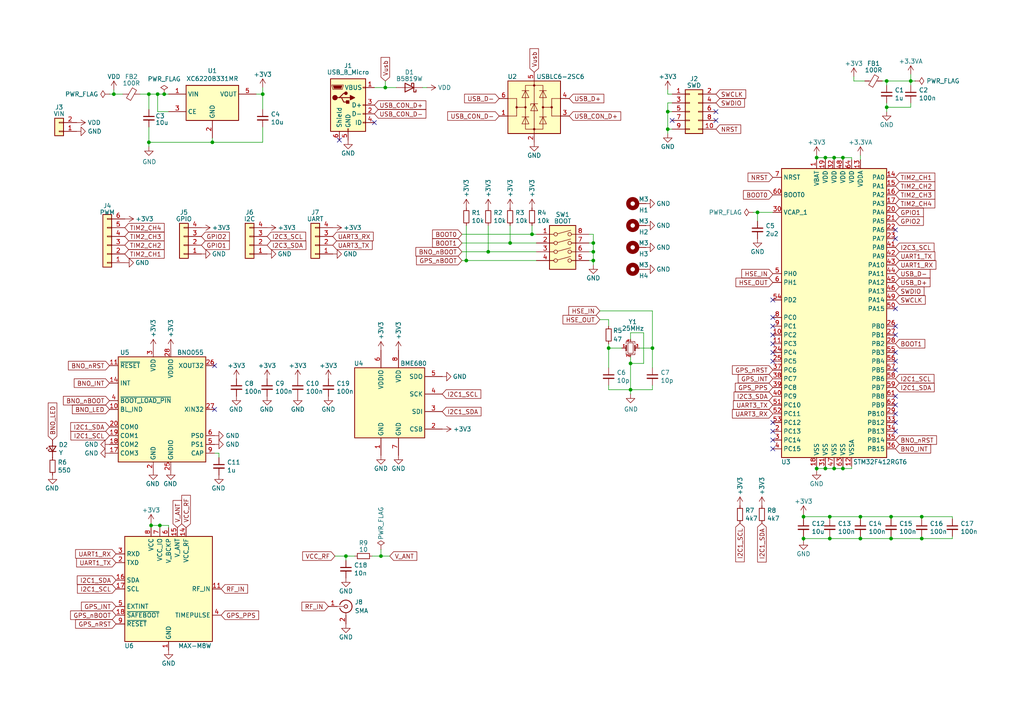
<source format=kicad_sch>
(kicad_sch (version 20211123) (generator eeschema)
  (paper "A4")
  (junction (at 182.88 105.41))
  (junction (at 257.175 31.115))
  (junction (at 189.23 100.965))
  (junction (at 193.675 37.465))
  (junction (at 111.76 25.4))
  (junction (at 33.02 27.305))
  (junction (at 46.355 152.4))
  (junction (at 257.175 23.495))
  (junction (at 249.555 156.21))
  (junction (at 182.88 113.03))
  (junction (at 239.395 135.89))
  (junction (at 239.395 45.72))
  (junction (at 172.085 75.565))
  (junction (at 43.815 152.4))
  (junction (at 43.18 27.305))
  (junction (at 219.71 61.595))
  (junction (at 258.445 156.21))
  (junction (at 47.625 27.305))
  (junction (at 147.955 70.485))
  (junction (at 258.445 149.86))
  (junction (at 241.935 45.72))
  (junction (at 135.255 75.565))
  (junction (at 264.16 23.495))
  (junction (at 267.335 149.86))
  (junction (at 172.085 73.025))
  (junction (at 154.305 67.945))
  (junction (at 249.555 149.86))
  (junction (at 76.2 27.305))
  (junction (at 61.595 41.275))
  (junction (at 233.045 149.86))
  (junction (at 244.475 135.89))
  (junction (at 176.53 100.965))
  (junction (at 43.18 41.275))
  (junction (at 141.605 73.025))
  (junction (at 45.72 27.305))
  (junction (at 244.475 45.72))
  (junction (at 172.085 70.485))
  (junction (at 241.935 135.89))
  (junction (at 267.335 156.21))
  (junction (at 236.855 135.89))
  (junction (at 233.045 156.21))
  (junction (at 236.855 45.72))
  (junction (at 193.675 32.385))
  (junction (at 240.665 149.86))
  (junction (at 110.49 161.29))
  (junction (at 240.665 156.21))
  (junction (at 100.33 161.29))
  (no_connect (at 224.155 122.555))
  (no_connect (at 207.645 34.925))
  (no_connect (at 259.715 94.615))
  (no_connect (at 259.715 66.675))
  (no_connect (at 224.155 92.075))
  (no_connect (at 108.585 35.56))
  (no_connect (at 259.715 107.315))
  (no_connect (at 224.155 102.235))
  (no_connect (at 224.155 99.695))
  (no_connect (at 224.155 97.155))
  (no_connect (at 62.23 106.045))
  (no_connect (at 224.155 104.775))
  (no_connect (at 259.715 120.015))
  (no_connect (at 224.155 127.635))
  (no_connect (at 259.715 102.235))
  (no_connect (at 259.715 69.215))
  (no_connect (at 224.155 130.175))
  (no_connect (at 62.23 118.745))
  (no_connect (at 259.715 117.475))
  (no_connect (at 259.715 104.775))
  (no_connect (at 98.425 40.64))
  (no_connect (at 259.715 97.155))
  (no_connect (at 224.155 86.995))
  (no_connect (at 259.715 114.935))
  (no_connect (at 224.155 94.615))
  (no_connect (at 224.155 125.095))
  (no_connect (at 194.945 34.925))
  (no_connect (at 259.715 122.555))
  (no_connect (at 207.645 32.385))
  (no_connect (at 259.715 89.535))
  (no_connect (at 259.715 125.095))
  (wire (pts (xy 185.42 100.965) (xy 189.23 100.965)))
  (wire (pts (xy 240.665 156.21) (xy 233.045 156.21)))
  (wire (pts (xy 76.2 41.275) (xy 76.2 36.83)))
  (wire (pts (xy 110.49 161.29) (xy 110.49 159.385)))
  (wire (pts (xy 249.555 149.86) (xy 258.445 149.86)))
  (wire (pts (xy 172.085 67.945) (xy 172.085 70.485)))
  (wire (pts (xy 189.23 113.03) (xy 189.23 111.76)))
  (wire (pts (xy 193.675 26.035) (xy 193.675 27.305)))
  (wire (pts (xy 239.395 45.72) (xy 241.935 45.72)))
  (wire (pts (xy 182.88 113.03) (xy 182.88 105.41)))
  (wire (pts (xy 236.855 45.085) (xy 236.855 45.72)))
  (wire (pts (xy 107.95 161.29) (xy 110.49 161.29)))
  (wire (pts (xy 247.015 135.255) (xy 247.015 135.89)))
  (wire (pts (xy 194.945 29.845) (xy 193.675 29.845)))
  (wire (pts (xy 147.955 65.405) (xy 147.955 70.485)))
  (wire (pts (xy 219.71 61.595) (xy 224.155 61.595)))
  (wire (pts (xy 233.045 156.21) (xy 233.045 155.575)))
  (wire (pts (xy 170.815 67.945) (xy 172.085 67.945)))
  (wire (pts (xy 244.475 45.72) (xy 244.475 46.355)))
  (wire (pts (xy 276.225 156.21) (xy 267.335 156.21)))
  (wire (pts (xy 247.65 22.225) (xy 247.65 23.495)))
  (wire (pts (xy 176.53 100.965) (xy 180.34 100.965)))
  (wire (pts (xy 133.985 70.485) (xy 147.955 70.485)))
  (wire (pts (xy 76.2 27.305) (xy 76.2 31.75)))
  (wire (pts (xy 233.045 149.86) (xy 233.045 150.495)))
  (wire (pts (xy 193.675 37.465) (xy 193.675 32.385)))
  (wire (pts (xy 173.99 92.71) (xy 176.53 92.71)))
  (wire (pts (xy 154.305 67.945) (xy 155.575 67.945)))
  (wire (pts (xy 43.815 152.4) (xy 46.355 152.4)))
  (wire (pts (xy 186.69 96.52) (xy 186.69 105.41)))
  (wire (pts (xy 236.855 45.72) (xy 239.395 45.72)))
  (wire (pts (xy 233.045 149.225) (xy 233.045 149.86)))
  (wire (pts (xy 74.295 27.305) (xy 76.2 27.305)))
  (wire (pts (xy 48.895 152.4) (xy 48.895 153.035)))
  (wire (pts (xy 240.665 156.21) (xy 240.665 155.575)))
  (wire (pts (xy 176.53 94.615) (xy 176.53 92.71)))
  (wire (pts (xy 257.175 31.115) (xy 264.16 31.115)))
  (wire (pts (xy 182.88 113.03) (xy 176.53 113.03)))
  (wire (pts (xy 182.88 105.41) (xy 182.88 103.505)))
  (wire (pts (xy 155.575 75.565) (xy 135.255 75.565)))
  (wire (pts (xy 244.475 135.89) (xy 244.475 135.255)))
  (wire (pts (xy 46.355 152.4) (xy 46.355 153.035)))
  (wire (pts (xy 236.855 135.89) (xy 239.395 135.89)))
  (wire (pts (xy 154.305 65.405) (xy 154.305 67.945)))
  (wire (pts (xy 135.255 75.565) (xy 133.985 75.565)))
  (wire (pts (xy 264.16 23.495) (xy 264.16 21.59)))
  (wire (pts (xy 241.935 135.89) (xy 241.935 135.255)))
  (wire (pts (xy 233.045 156.845) (xy 233.045 156.21)))
  (wire (pts (xy 111.76 23.495) (xy 111.76 25.4)))
  (wire (pts (xy 264.16 23.495) (xy 264.16 24.765)))
  (wire (pts (xy 276.225 155.575) (xy 276.225 156.21)))
  (wire (pts (xy 182.88 113.03) (xy 189.23 113.03)))
  (wire (pts (xy 46.355 152.4) (xy 48.895 152.4)))
  (wire (pts (xy 108.585 25.4) (xy 111.76 25.4)))
  (wire (pts (xy 43.18 31.75) (xy 43.18 27.305)))
  (wire (pts (xy 63.5 132.715) (xy 63.5 131.445)))
  (wire (pts (xy 255.905 23.495) (xy 257.175 23.495)))
  (wire (pts (xy 182.88 114.3) (xy 182.88 113.03)))
  (wire (pts (xy 122.555 25.4) (xy 123.825 25.4)))
  (wire (pts (xy 239.395 135.89) (xy 239.395 135.255)))
  (wire (pts (xy 100.33 161.29) (xy 102.87 161.29)))
  (wire (pts (xy 176.53 99.695) (xy 176.53 100.965)))
  (wire (pts (xy 147.955 70.485) (xy 155.575 70.485)))
  (wire (pts (xy 267.335 155.575) (xy 267.335 156.21)))
  (wire (pts (xy 40.64 27.305) (xy 43.18 27.305)))
  (wire (pts (xy 241.935 45.72) (xy 241.935 46.355)))
  (wire (pts (xy 61.595 41.275) (xy 43.18 41.275)))
  (wire (pts (xy 267.335 149.86) (xy 267.335 150.495)))
  (wire (pts (xy 249.555 149.86) (xy 249.555 150.495)))
  (wire (pts (xy 31.75 27.305) (xy 33.02 27.305)))
  (wire (pts (xy 249.555 156.21) (xy 249.555 155.575)))
  (wire (pts (xy 258.445 149.86) (xy 258.445 150.495)))
  (wire (pts (xy 219.71 64.135) (xy 219.71 61.595)))
  (wire (pts (xy 189.23 90.17) (xy 189.23 100.965)))
  (wire (pts (xy 193.675 27.305) (xy 194.945 27.305)))
  (wire (pts (xy 247.015 45.72) (xy 247.015 46.355)))
  (wire (pts (xy 247.65 23.495) (xy 250.825 23.495)))
  (wire (pts (xy 63.5 131.445) (xy 62.23 131.445)))
  (wire (pts (xy 45.72 27.305) (xy 47.625 27.305)))
  (wire (pts (xy 193.675 38.735) (xy 193.675 37.465)))
  (wire (pts (xy 239.395 45.72) (xy 239.395 46.355)))
  (wire (pts (xy 265.43 23.495) (xy 264.16 23.495)))
  (wire (pts (xy 276.225 149.86) (xy 276.225 150.495)))
  (wire (pts (xy 239.395 135.89) (xy 241.935 135.89)))
  (wire (pts (xy 76.2 27.305) (xy 76.2 25.4)))
  (wire (pts (xy 257.175 23.495) (xy 264.16 23.495)))
  (wire (pts (xy 141.605 65.405) (xy 141.605 73.025)))
  (wire (pts (xy 43.18 41.275) (xy 43.18 36.83)))
  (wire (pts (xy 100.33 162.56) (xy 100.33 161.29)))
  (wire (pts (xy 247.015 135.89) (xy 244.475 135.89)))
  (wire (pts (xy 189.23 90.17) (xy 173.99 90.17)))
  (wire (pts (xy 111.76 25.4) (xy 114.935 25.4)))
  (wire (pts (xy 264.16 31.115) (xy 264.16 29.845)))
  (wire (pts (xy 236.855 135.89) (xy 236.855 135.255)))
  (wire (pts (xy 133.985 67.945) (xy 154.305 67.945)))
  (wire (pts (xy 172.085 75.565) (xy 170.815 75.565)))
  (wire (pts (xy 241.935 135.89) (xy 244.475 135.89)))
  (wire (pts (xy 33.02 26.035) (xy 33.02 27.305)))
  (wire (pts (xy 141.605 73.025) (xy 155.575 73.025)))
  (wire (pts (xy 244.475 45.72) (xy 247.015 45.72)))
  (wire (pts (xy 218.44 61.595) (xy 219.71 61.595)))
  (wire (pts (xy 236.855 136.525) (xy 236.855 135.89)))
  (wire (pts (xy 193.675 37.465) (xy 194.945 37.465)))
  (wire (pts (xy 267.335 156.21) (xy 258.445 156.21)))
  (wire (pts (xy 43.815 152.4) (xy 43.815 153.035)))
  (wire (pts (xy 257.175 31.115) (xy 257.175 29.845)))
  (wire (pts (xy 249.555 156.21) (xy 240.665 156.21)))
  (wire (pts (xy 45.72 32.385) (xy 48.895 32.385)))
  (wire (pts (xy 182.88 98.425) (xy 182.88 96.52)))
  (wire (pts (xy 43.815 151.765) (xy 43.815 152.4)))
  (wire (pts (xy 172.085 70.485) (xy 172.085 73.025)))
  (wire (pts (xy 233.045 149.86) (xy 240.665 149.86)))
  (wire (pts (xy 176.53 113.03) (xy 176.53 111.76)))
  (wire (pts (xy 249.555 45.085) (xy 249.555 46.355)))
  (wire (pts (xy 240.665 149.86) (xy 240.665 150.495)))
  (wire (pts (xy 176.53 106.68) (xy 176.53 100.965)))
  (wire (pts (xy 257.175 23.495) (xy 257.175 24.765)))
  (wire (pts (xy 257.175 32.385) (xy 257.175 31.115)))
  (wire (pts (xy 189.23 106.68) (xy 189.23 100.965)))
  (wire (pts (xy 43.18 27.305) (xy 45.72 27.305)))
  (wire (pts (xy 170.815 70.485) (xy 172.085 70.485)))
  (wire (pts (xy 47.625 27.305) (xy 48.895 27.305)))
  (wire (pts (xy 267.335 149.86) (xy 276.225 149.86)))
  (wire (pts (xy 133.985 73.025) (xy 141.605 73.025)))
  (wire (pts (xy 61.595 41.275) (xy 76.2 41.275)))
  (wire (pts (xy 170.815 73.025) (xy 172.085 73.025)))
  (wire (pts (xy 61.595 40.005) (xy 61.595 41.275)))
  (wire (pts (xy 241.935 45.72) (xy 244.475 45.72)))
  (wire (pts (xy 258.445 156.21) (xy 249.555 156.21)))
  (wire (pts (xy 97.155 161.29) (xy 100.33 161.29)))
  (wire (pts (xy 258.445 149.86) (xy 267.335 149.86)))
  (wire (pts (xy 33.02 27.305) (xy 35.56 27.305)))
  (wire (pts (xy 193.675 29.845) (xy 193.675 32.385)))
  (wire (pts (xy 172.085 73.025) (xy 172.085 75.565)))
  (wire (pts (xy 45.72 32.385) (xy 45.72 27.305)))
  (wire (pts (xy 182.88 96.52) (xy 186.69 96.52)))
  (wire (pts (xy 236.855 45.72) (xy 236.855 46.355)))
  (wire (pts (xy 240.665 149.86) (xy 249.555 149.86)))
  (wire (pts (xy 43.18 42.545) (xy 43.18 41.275)))
  (wire (pts (xy 258.445 155.575) (xy 258.445 156.21)))
  (wire (pts (xy 135.255 65.405) (xy 135.255 75.565)))
  (wire (pts (xy 193.675 32.385) (xy 194.945 32.385)))
  (wire (pts (xy 172.085 76.835) (xy 172.085 75.565)))
  (wire (pts (xy 110.49 161.29) (xy 113.03 161.29)))
  (wire (pts (xy 186.69 105.41) (xy 182.88 105.41)))
  (global_label "TIM2_CH2" (shape input) (at 36.195 71.12 0) (property "Intersheet References" "${INTERSHEET_REFS}" (effects hide)))
  (global_label "I2C3_SCL" (shape input) (at 77.47 68.58 0) (property "Intersheet References" "${INTERSHEET_REFS}" (effects hide)))
  (global_label "BNO_nRST" (shape input) (at 259.715 127.635 0) (property "Intersheet References" "${INTERSHEET_REFS}" (effects hide)))
  (global_label "UART3_RX" (shape input) (at 224.155 120.015 180) (property "Intersheet References" "${INTERSHEET_REFS}" (effects hide)))
  (global_label "BNO_INT" (shape input) (at 31.75 111.125 180) (property "Intersheet References" "${INTERSHEET_REFS}" (effects hide)))
  (global_label "I2C1_SCL" (shape input) (at 31.75 126.365 180) (property "Intersheet References" "${INTERSHEET_REFS}" (effects hide)))
  (global_label "BNO_LED" (shape input) (at 31.75 118.745 180) (property "Intersheet References" "${INTERSHEET_REFS}" (effects hide)))
  (global_label "SWCLK" (shape input) (at 207.645 27.305 0) (property "Intersheet References" "${INTERSHEET_REFS}" (effects hide)))
  (global_label "V_ANT" (shape input) (at 113.03 161.29 0) (property "Intersheet References" "${INTERSHEET_REFS}" (effects hide)))
  (global_label "I2C1_SCL" (shape input) (at 214.63 151.765 270) (property "Intersheet References" "${INTERSHEET_REFS}" (effects hide)))
  (global_label "GPS_nBOOT" (shape input) (at 133.985 75.565 180) (property "Intersheet References" "${INTERSHEET_REFS}" (effects hide)))
  (global_label "GPIO2" (shape input) (at 58.42 68.58 0) (property "Intersheet References" "${INTERSHEET_REFS}" (effects hide)))
  (global_label "VCC_RF" (shape input) (at 97.155 161.29 180) (property "Intersheet References" "${INTERSHEET_REFS}" (effects hide)))
  (global_label "BNO_nBOOT" (shape input) (at 133.985 73.025 180) (property "Intersheet References" "${INTERSHEET_REFS}" (effects hide)))
  (global_label "BOOT1" (shape input) (at 259.715 99.695 0) (property "Intersheet References" "${INTERSHEET_REFS}" (effects hide)))
  (global_label "RF_IN" (shape input) (at 64.135 170.815 0) (property "Intersheet References" "${INTERSHEET_REFS}" (effects hide)))
  (global_label "HSE_OUT" (shape input) (at 173.99 92.71 180) (property "Intersheet References" "${INTERSHEET_REFS}" (effects hide)))
  (global_label "USB_D-" (shape input) (at 259.715 79.375 0) (property "Intersheet References" "${INTERSHEET_REFS}" (effects hide)))
  (global_label "I2C1_SDA" (shape input) (at 31.75 123.825 180) (property "Intersheet References" "${INTERSHEET_REFS}" (effects hide)))
  (global_label "BOOT1" (shape input) (at 133.985 70.485 180) (property "Intersheet References" "${INTERSHEET_REFS}" (effects hide)))
  (global_label "TIM2_CH1" (shape input) (at 36.195 73.66 0) (property "Intersheet References" "${INTERSHEET_REFS}" (effects hide)))
  (global_label "HSE_OUT" (shape input) (at 224.155 81.915 180) (property "Intersheet References" "${INTERSHEET_REFS}" (effects hide)))
  (global_label "SWCLK" (shape input) (at 259.715 86.995 0) (property "Intersheet References" "${INTERSHEET_REFS}" (effects hide)))
  (global_label "GPIO1" (shape input) (at 259.715 61.595 0) (property "Intersheet References" "${INTERSHEET_REFS}" (effects hide)))
  (global_label "NRST" (shape input) (at 224.155 51.435 180) (property "Intersheet References" "${INTERSHEET_REFS}" (effects hide)))
  (global_label "UART3_TX" (shape input) (at 224.155 117.475 180) (property "Intersheet References" "${INTERSHEET_REFS}" (effects hide)))
  (global_label "GPS_PPS" (shape input) (at 224.155 112.395 180) (property "Intersheet References" "${INTERSHEET_REFS}" (effects hide)))
  (global_label "GPS_nRST" (shape input) (at 224.155 107.315 180) (property "Intersheet References" "${INTERSHEET_REFS}" (effects hide)))
  (global_label "TIM2_CH4" (shape input) (at 36.195 66.04 0) (property "Intersheet References" "${INTERSHEET_REFS}" (effects hide)))
  (global_label "BOOT0" (shape input) (at 224.155 56.515 180) (property "Intersheet References" "${INTERSHEET_REFS}" (effects hide)))
  (global_label "GPS_nBOOT" (shape input) (at 33.655 178.435 180) (property "Intersheet References" "${INTERSHEET_REFS}" (effects hide)))
  (global_label "RF_IN" (shape input) (at 95.25 175.895 180) (property "Intersheet References" "${INTERSHEET_REFS}" (effects hide)))
  (global_label "HSE_IN" (shape input) (at 173.99 90.17 180) (property "Intersheet References" "${INTERSHEET_REFS}" (effects hide)))
  (global_label "BNO_nRST" (shape input) (at 31.75 106.045 180) (property "Intersheet References" "${INTERSHEET_REFS}" (effects hide)))
  (global_label "USB_D+" (shape input) (at 259.715 81.915 0) (property "Intersheet References" "${INTERSHEET_REFS}" (effects hide)))
  (global_label "UART1_TX" (shape input) (at 259.715 74.295 0) (property "Intersheet References" "${INTERSHEET_REFS}" (effects hide)))
  (global_label "I2C3_SDA" (shape input) (at 77.47 71.12 0) (property "Intersheet References" "${INTERSHEET_REFS}" (effects hide)))
  (global_label "SWDIO" (shape input) (at 259.715 84.455 0) (property "Intersheet References" "${INTERSHEET_REFS}" (effects hide)))
  (global_label "HSE_IN" (shape input) (at 224.155 79.375 180) (property "Intersheet References" "${INTERSHEET_REFS}" (effects hide)))
  (global_label "GPIO1" (shape input) (at 58.42 71.12 0) (property "Intersheet References" "${INTERSHEET_REFS}" (effects hide)))
  (global_label "Vusb" (shape input) (at 154.94 20.955 90) (property "Intersheet References" "${INTERSHEET_REFS}" (effects hide)))
  (global_label "TIM2_CH3" (shape input) (at 259.715 56.515 0) (property "Intersheet References" "${INTERSHEET_REFS}" (effects hide)))
  (global_label "I2C1_SDA" (shape input) (at 259.715 112.395 0) (property "Intersheet References" "${INTERSHEET_REFS}" (effects hide)))
  (global_label "SWDIO" (shape input) (at 207.645 29.845 0) (property "Intersheet References" "${INTERSHEET_REFS}" (effects hide)))
  (global_label "TIM2_CH1" (shape input) (at 259.715 51.435 0) (property "Intersheet References" "${INTERSHEET_REFS}" (effects hide)))
  (global_label "I2C1_SCL" (shape input) (at 128.27 114.3 0) (property "Intersheet References" "${INTERSHEET_REFS}" (effects hide)))
  (global_label "TIM2_CH3" (shape input) (at 36.195 68.58 0) (property "Intersheet References" "${INTERSHEET_REFS}" (effects hide)))
  (global_label "I2C3_SCL" (shape input) (at 259.715 71.755 0) (property "Intersheet References" "${INTERSHEET_REFS}" (effects hide)))
  (global_label "USB_D-" (shape input) (at 144.78 28.575 180) (property "Intersheet References" "${INTERSHEET_REFS}" (effects hide)))
  (global_label "I2C1_SDA" (shape input) (at 128.27 119.38 0) (property "Intersheet References" "${INTERSHEET_REFS}" (effects hide)))
  (global_label "UART3_TX" (shape input) (at 96.52 71.12 0) (property "Intersheet References" "${INTERSHEET_REFS}" (effects hide)))
  (global_label "USB_D+" (shape input) (at 165.1 28.575 0) (property "Intersheet References" "${INTERSHEET_REFS}" (effects hide)))
  (global_label "GPS_INT" (shape input) (at 224.155 109.855 180) (property "Intersheet References" "${INTERSHEET_REFS}" (effects hide)))
  (global_label "GPS_nRST" (shape input) (at 33.655 180.975 180) (property "Intersheet References" "${INTERSHEET_REFS}" (effects hide)))
  (global_label "I2C3_SDA" (shape input) (at 224.155 114.935 180) (property "Intersheet References" "${INTERSHEET_REFS}" (effects hide)))
  (global_label "BNO_nBOOT" (shape input) (at 31.75 116.205 180) (property "Intersheet References" "${INTERSHEET_REFS}" (effects hide)))
  (global_label "UART1_RX" (shape input) (at 33.655 160.655 180) (property "Intersheet References" "${INTERSHEET_REFS}" (effects hide)))
  (global_label "GPS_INT" (shape input) (at 33.655 175.895 180) (property "Intersheet References" "${INTERSHEET_REFS}" (effects hide)))
  (global_label "USB_CON_D-" (shape input) (at 144.78 33.655 180) (property "Intersheet References" "${INTERSHEET_REFS}" (effects hide)))
  (global_label "Vusb" (shape input) (at 111.76 23.495 90) (property "Intersheet References" "${INTERSHEET_REFS}" (effects hide)))
  (global_label "USB_CON_D+" (shape input) (at 108.585 30.48 0) (property "Intersheet References" "${INTERSHEET_REFS}" (effects hide)))
  (global_label "TIM2_CH4" (shape input) (at 259.715 59.055 0) (property "Intersheet References" "${INTERSHEET_REFS}" (effects hide)))
  (global_label "I2C1_SDA" (shape input) (at 220.98 151.765 270) (property "Intersheet References" "${INTERSHEET_REFS}" (effects hide)))
  (global_label "GPIO2" (shape input) (at 259.715 64.135 0) (property "Intersheet References" "${INTERSHEET_REFS}" (effects hide)))
  (global_label "TIM2_CH2" (shape input) (at 259.715 53.975 0) (property "Intersheet References" "${INTERSHEET_REFS}" (effects hide)))
  (global_label "BNO_INT" (shape input) (at 259.715 130.175 0) (property "Intersheet References" "${INTERSHEET_REFS}" (effects hide)))
  (global_label "UART1_RX" (shape input) (at 259.715 76.835 0) (property "Intersheet References" "${INTERSHEET_REFS}" (effects hide)))
  (global_label "USB_CON_D+" (shape input) (at 165.1 33.655 0) (property "Intersheet References" "${INTERSHEET_REFS}" (effects hide)))
  (global_label "NRST" (shape input) (at 207.645 37.465 0) (property "Intersheet References" "${INTERSHEET_REFS}" (effects hide)))
  (global_label "I2C1_SDA" (shape input) (at 33.655 168.275 180) (property "Intersheet References" "${INTERSHEET_REFS}" (effects hide)))
  (global_label "BNO_LED" (shape input) (at 15.24 127.635 90) (property "Intersheet References" "${INTERSHEET_REFS}" (effects hide)))
  (global_label "VCC_RF" (shape input) (at 53.975 153.035 90) (property "Intersheet References" "${INTERSHEET_REFS}" (effects hide)))
  (global_label "V_ANT" (shape input) (at 51.435 153.035 90) (property "Intersheet References" "${INTERSHEET_REFS}" (effects hide)))
  (global_label "I2C1_SCL" (shape input) (at 259.715 109.855 0) (property "Intersheet References" "${INTERSHEET_REFS}" (effects hide)))
  (global_label "BOOT0" (shape input) (at 133.985 67.945 180) (property "Intersheet References" "${INTERSHEET_REFS}" (effects hide)))
  (global_label "USB_CON_D-" (shape input) (at 108.585 33.02 0) (property "Intersheet References" "${INTERSHEET_REFS}" (effects hide)))
  (global_label "I2C1_SCL" (shape input) (at 33.655 170.815 180) (property "Intersheet References" "${INTERSHEET_REFS}" (effects hide)))
  (global_label "UART3_RX" (shape input) (at 96.52 68.58 0) (property "Intersheet References" "${INTERSHEET_REFS}" (effects hide)))
  (global_label "GPS_PPS" (shape input) (at 64.135 178.435 0) (property "Intersheet References" "${INTERSHEET_REFS}" (effects hide)))
  (global_label "UART1_TX" (shape input) (at 33.655 163.195 180) (property "Intersheet References" "${INTERSHEET_REFS}" (effects hide)))
  (symbol (lib_id "Device:C_Small") (at 95.25 112.395 0) (unit 1)
    (property "Reference" "C19" (at 97.5868 111.2266 0) (effects (justify left)))
    (property "Value" "100n" (at 97.5868 113.538 0) (effects (justify left)))
    (property "Footprint" "Capacitor_SMD:C_0402_1005Metric" (effects hide))
  )
  (symbol (lib_id "power:+3.3V") (at 95.25 109.855 0) (unit 1)
    (property "Reference" "#PWR034" (effects hide))
    (property "Value" "+3.3V" (at 95.25 106.045 0))
  )
  (symbol (lib_id "power:GND") (at 95.25 114.935 0) (unit 1)
    (property "Reference" "#PWR062" (effects hide))
    (property "Value" "GND" (at 95.25 118.745 0))
  )
  (symbol (lib_id "MCU_ST_STM32F4:STM32F412RGTx") (at 241.935 89.535 0) (unit 1)
    (property "Reference" "U3" (at 227.965 133.985 0))
    (property "Value" "STM32F412RGT6" (at 255.27 133.985 0))
    (property "Footprint" "Package_QFP:LQFP-64_10x10mm_P0.5mm" (effects hide))
    (property "Datasheet" "http://www.st.com/st-web-ui/static/active/en/resource/technical/document/datasheet/DM00213872.pdf" (effects hide))
  )
  (symbol (lib_id "Connector_Generic:Conn_01x02") (at 17.145 38.1 180) (unit 1)
    (property "Reference" "J3" (at 17.145 31.115 0))
    (property "Value" "VIN" (at 17.145 33.02 0))
    (property "Footprint" "Connector_Molex:Molex_PicoBlade_53048-0210_1x02_P1.25mm_Horizontal" (effects hide))
  )
  (symbol (lib_id "Regulator_Linear:XC6220B331MR") (at 61.595 29.845 0) (unit 1)
    (property "Reference" "U1" (at 61.595 20.5232 0))
    (property "Value" "XC6220B331MR" (at 61.595 22.8346 0))
    (property "Footprint" "Package_TO_SOT_SMD:SOT-23-5" (effects hide))
    (property "Datasheet" "https://www.torexsemi.com/file/xc6220/XC6220.pdf" (effects hide))
  )
  (symbol (lib_id "power:VDD") (at 22.225 35.56 270) (unit 1)
    (property "Reference" "#PWR08" (effects hide))
    (property "Value" "VDD" (at 25.4 35.56 90) (effects (justify left)))
  )
  (symbol (lib_id "power:GND") (at 22.225 38.1 90) (unit 1)
    (property "Reference" "#PWR09" (effects hide))
    (property "Value" "GND" (at 25.4 38.1 90) (effects (justify right)))
  )
  (symbol (lib_id "Device:Ferrite_Bead_Small") (at 38.1 27.305 270) (unit 1)
    (property "Reference" "FB2" (at 38.1 22.225 90))
    (property "Value" "100R" (at 38.1 24.13 90))
    (property "Footprint" "Inductor_SMD:L_0603_1608Metric" (effects hide))
  )
  (symbol (lib_id "Device:C_Small") (at 43.18 34.29 0) (unit 1)
    (property "Reference" "C3" (at 45.085 33.655 0) (effects (justify left)))
    (property "Value" "10u" (at 45.085 35.56 0) (effects (justify left)))
    (property "Footprint" "Capacitor_SMD:C_0402_1005Metric" (effects hide))
  )
  (symbol (lib_id "power:VDD") (at 33.02 26.035 0) (unit 1)
    (property "Reference" "#PWR05" (effects hide))
    (property "Value" "VDD" (at 31.115 22.225 0) (effects (justify left)))
  )
  (symbol (lib_id "power:GND") (at 43.18 42.545 0) (unit 1)
    (property "Reference" "#PWR013" (effects hide))
    (property "Value" "GND" (at 43.307 46.9392 0))
  )
  (symbol (lib_id "power:+3.3V") (at 76.2 25.4 0) (unit 1)
    (property "Reference" "#PWR03" (effects hide))
    (property "Value" "+3.3V" (at 76.2 21.59 0))
  )
  (symbol (lib_id "Device:C_Small") (at 76.2 34.29 0) (unit 1)
    (property "Reference" "C4" (at 78.5368 33.1216 0) (effects (justify left)))
    (property "Value" "10u" (at 78.5368 35.433 0) (effects (justify left)))
    (property "Footprint" "Capacitor_SMD:C_0402_1005Metric" (effects hide))
  )
  (symbol (lib_id "power:+3.3V") (at 236.855 45.085 0) (unit 1)
    (property "Reference" "#PWR014" (effects hide))
    (property "Value" "+3.3V" (at 236.855 41.275 0))
  )
  (symbol (lib_id "Device:C_Small") (at 233.045 153.035 0) (unit 1)
    (property "Reference" "C12" (at 235.3818 151.8666 0) (effects (justify left)))
    (property "Value" "10u" (at 235.3818 154.178 0) (effects (justify left)))
    (property "Footprint" "Capacitor_SMD:C_0402_1005Metric" (effects hide))
  )
  (symbol (lib_id "Device:C_Small") (at 240.665 153.035 0) (unit 1)
    (property "Reference" "C13" (at 243.0018 151.8666 0) (effects (justify left)))
    (property "Value" "100n" (at 243.0018 154.178 0) (effects (justify left)))
    (property "Footprint" "Capacitor_SMD:C_0402_1005Metric" (effects hide))
  )
  (symbol (lib_id "Device:C_Small") (at 249.555 153.035 0) (unit 1)
    (property "Reference" "C14" (at 251.8918 151.8666 0) (effects (justify left)))
    (property "Value" "100n" (at 251.8918 154.178 0) (effects (justify left)))
    (property "Footprint" "Capacitor_SMD:C_0402_1005Metric" (effects hide))
  )
  (symbol (lib_id "Device:C_Small") (at 258.445 153.035 0) (unit 1)
    (property "Reference" "C15" (at 260.7818 151.8666 0) (effects (justify left)))
    (property "Value" "100n" (at 260.7818 154.178 0) (effects (justify left)))
    (property "Footprint" "Capacitor_SMD:C_0402_1005Metric" (effects hide))
  )
  (symbol (lib_id "Device:C_Small") (at 267.335 153.035 0) (unit 1)
    (property "Reference" "C16" (at 269.6718 151.8666 0) (effects (justify left)))
    (property "Value" "100n" (at 269.6718 154.178 0) (effects (justify left)))
    (property "Footprint" "Capacitor_SMD:C_0402_1005Metric" (effects hide))
  )
  (symbol (lib_id "Device:C_Small") (at 276.225 153.035 0) (unit 1)
    (property "Reference" "C17" (at 278.5618 151.8666 0) (effects (justify left)))
    (property "Value" "100n" (at 278.5618 154.178 0) (effects (justify left)))
    (property "Footprint" "Capacitor_SMD:C_0402_1005Metric" (effects hide))
  )
  (symbol (lib_id "power:+3.3V") (at 233.045 149.225 0) (unit 1)
    (property "Reference" "#PWR056" (effects hide))
    (property "Value" "+3.3V" (at 233.045 145.415 0))
  )
  (symbol (lib_id "Device:C_Small") (at 219.71 66.675 0) (unit 1)
    (property "Reference" "C5" (at 222.0468 65.5066 0) (effects (justify left)))
    (property "Value" "2u2" (at 222.0468 67.818 0) (effects (justify left)))
    (property "Footprint" "Capacitor_SMD:C_0402_1005Metric" (effects hide))
  )
  (symbol (lib_id "power:GND") (at 236.855 136.525 0) (unit 1)
    (property "Reference" "#PWR051" (effects hide))
    (property "Value" "GND" (at 236.855 140.335 0))
  )
  (symbol (lib_id "power:GND") (at 219.71 69.215 0) (unit 1)
    (property "Reference" "#PWR024" (effects hide))
    (property "Value" "GND" (at 219.71 73.025 0))
  )
  (symbol (lib_id "power:GND") (at 233.045 156.845 0) (unit 1)
    (property "Reference" "#PWR058" (effects hide))
    (property "Value" "GND" (at 233.045 160.655 0))
  )
  (symbol (lib_id "power:+3.3V") (at 247.65 22.225 0) (unit 1)
    (property "Reference" "#PWR02" (effects hide))
    (property "Value" "+3.3V" (at 247.65 18.415 0))
  )
  (symbol (lib_id "power:+3.3VA") (at 249.555 45.085 0) (unit 1)
    (property "Reference" "#PWR015" (effects hide))
    (property "Value" "+3.3VA" (at 249.555 41.275 0))
  )
  (symbol (lib_id "power:+3.3VA") (at 264.16 21.59 0) (unit 1)
    (property "Reference" "#PWR01" (effects hide))
    (property "Value" "+3.3VA" (at 264.16 17.78 0))
  )
  (symbol (lib_id "Device:Ferrite_Bead_Small") (at 253.365 23.495 270) (unit 1)
    (property "Reference" "FB1" (at 253.365 18.415 90))
    (property "Value" "100R" (at 253.365 20.32 90))
    (property "Footprint" "Inductor_SMD:L_0603_1608Metric" (effects hide))
  )
  (symbol (lib_id "Device:C_Small") (at 257.175 27.305 0) (unit 1)
    (property "Reference" "C1" (at 259.5118 26.1366 0) (effects (justify left)))
    (property "Value" "1u" (at 259.5118 28.448 0) (effects (justify left)))
    (property "Footprint" "Capacitor_SMD:C_0402_1005Metric" (effects hide))
  )
  (symbol (lib_id "Device:C_Small") (at 264.16 27.305 0) (unit 1)
    (property "Reference" "C2" (at 266.4968 26.1366 0) (effects (justify left)))
    (property "Value" "100n" (at 266.4968 28.448 0) (effects (justify left)))
    (property "Footprint" "Capacitor_SMD:C_0402_1005Metric" (effects hide))
  )
  (symbol (lib_id "power:GND") (at 257.175 32.385 0) (unit 1)
    (property "Reference" "#PWR07" (effects hide))
    (property "Value" "GND" (at 257.175 36.195 0))
  )
  (symbol (lib_id "RF_GPS:MAX-M8W") (at 48.895 170.815 0) (unit 1)
    (property "Reference" "U6" (at 37.465 187.325 0))
    (property "Value" "MAX-M8W" (at 56.515 187.325 0))
    (property "Footprint" "RF_GPS:ublox_MAX" (effects hide))
    (property "Datasheet" "https://www.u-blox.com/sites/default/files/MAX-M8-FW3_DataSheet_%28UBX-15031506%29.pdf" (effects hide))
  )
  (symbol (lib_id "Sensor_Motion:BNO055") (at 46.99 118.745 0) (unit 1)
    (property "Reference" "U5" (at 36.195 102.235 0))
    (property "Value" "BNO055" (at 55.245 102.235 0))
    (property "Footprint" "Package_LGA:LGA-28_5.2x3.8mm_P0.5mm" (effects hide))
    (property "Datasheet" "https://ae-bst.resource.bosch.com/media/_tech/media/datasheets/BST_BNO055_DS000_14.pdf" (effects hide))
  )
  (symbol (lib_id "Sensor:BME680") (at 113.03 116.84 0) (unit 1)
    (property "Reference" "U4" (at 105.41 105.41 0) (effects (justify right)))
    (property "Value" "BME680" (at 123.825 105.41 0) (effects (justify right)))
    (property "Footprint" "Package_LGA:Bosch_LGA-8_3x3mm_P0.8mm_ClockwisePinNumbering" (effects hide))
    (property "Datasheet" "https://ae-bst.resource.bosch.com/media/_tech/media/datasheets/BST-BME680-DS001.pdf" (effects hide))
  )
  (symbol (lib_id "Connector:USB_B_Micro") (at 100.965 30.48 0) (unit 1)
    (property "Reference" "J1" (at 100.965 19.05 0))
    (property "Value" "USB_B_Micro" (at 100.965 20.955 0))
    (property "Footprint" "Connector_USB:USB_Micro-B_Molex-105017-0001" (effects hide))
  )
  (symbol (lib_id "Power_Protection:USBLC6-2SC6") (at 154.94 31.115 0) (unit 1)
    (property "Reference" "U2" (at 148.59 22.225 0))
    (property "Value" "USBLC6-2SC6" (at 162.56 22.225 0))
    (property "Footprint" "Package_TO_SOT_SMD:SOT-23-6" (effects hide))
    (property "Datasheet" "https://www.st.com/resource/en/datasheet/usblc6-2.pdf" (effects hide))
  )
  (symbol (lib_id "Mechanical:MountingHole_Pad") (at 184.785 65.405 90) (unit 1)
    (property "Reference" "H2" (at 186.69 67.31 90))
    (property "Value" "M3" (at 186.69 64.135 90))
    (property "Footprint" "MountingHole:MountingHole_3.2mm_M3_Pad_Via" (effects hide))
  )
  (symbol (lib_id "power:GND") (at 100.965 40.64 0) (unit 1)
    (property "Reference" "#PWR011" (effects hide))
    (property "Value" "GND" (at 100.965 44.45 0))
  )
  (symbol (lib_id "power:VDD") (at 123.825 25.4 270) (unit 1)
    (property "Reference" "#PWR04" (effects hide))
    (property "Value" "VDD" (at 127 25.4 90) (effects (justify left)))
  )
  (symbol (lib_id "Device:D_Schottky") (at 118.745 25.4 180) (unit 1)
    (property "Reference" "D1" (at 118.745 20.955 0))
    (property "Value" "B5819W" (at 118.745 22.86 0))
    (property "Footprint" "Diode_SMD:D_SOD-123" (effects hide))
  )
  (symbol (lib_id "power:GND") (at 187.325 65.405 90) (unit 1)
    (property "Reference" "#PWR0102" (effects hide))
    (property "Value" "GND" (at 192.405 65.405 90))
  )
  (symbol (lib_id "Mechanical:MountingHole_Pad") (at 184.785 71.755 90) (unit 1)
    (property "Reference" "H3" (at 186.69 73.66 90))
    (property "Value" "M3" (at 186.69 70.485 90))
    (property "Footprint" "MountingHole:MountingHole_3.2mm_M3_Pad_Via" (effects hide))
  )
  (symbol (lib_id "Mechanical:MountingHole_Pad") (at 184.785 78.105 90) (unit 1)
    (property "Reference" "H4" (at 186.69 80.01 90))
    (property "Value" "M3" (at 186.69 76.835 90))
    (property "Footprint" "MountingHole:MountingHole_3.2mm_M3_Pad_Via" (effects hide))
  )
  (symbol (lib_id "Mechanical:MountingHole_Pad") (at 184.785 59.055 90) (unit 1)
    (property "Reference" "H1" (at 186.69 60.96 90))
    (property "Value" "M3" (at 186.69 57.785 90))
    (property "Footprint" "MountingHole:MountingHole_3.2mm_M3_Pad_Via" (effects hide))
  )
  (symbol (lib_id "power:GND") (at 187.325 59.055 90) (unit 1)
    (property "Reference" "#PWR0103" (effects hide))
    (property "Value" "GND" (at 192.405 59.055 90))
  )
  (symbol (lib_id "power:GND") (at 187.325 71.755 90) (unit 1)
    (property "Reference" "#PWR0104" (effects hide))
    (property "Value" "GND" (at 192.405 71.755 90))
  )
  (symbol (lib_id "power:GND") (at 187.325 78.105 90) (unit 1)
    (property "Reference" "#PWR0105" (effects hide))
    (property "Value" "GND" (at 192.405 78.105 90))
  )
  (symbol (lib_id "power:GND") (at 154.94 41.275 0) (unit 1)
    (property "Reference" "#PWR012" (effects hide))
    (property "Value" "GND" (at 154.94 45.085 0))
  )
  (symbol (lib_id "power:GND") (at 31.75 131.445 270) (unit 1)
    (property "Reference" "#PWR046" (effects hide))
    (property "Value" "GND" (at 28.575 131.445 90) (effects (justify right)))
  )
  (symbol (lib_id "power:GND") (at 31.75 128.905 270) (unit 1)
    (property "Reference" "#PWR044" (effects hide))
    (property "Value" "GND" (at 28.575 128.905 90) (effects (justify right)))
  )
  (symbol (lib_id "power:GND") (at 62.23 128.905 90) (unit 1)
    (property "Reference" "#PWR045" (effects hide))
    (property "Value" "GND" (at 65.405 128.905 90) (effects (justify right)))
  )
  (symbol (lib_id "power:GND") (at 63.5 137.795 0) (unit 1)
    (property "Reference" "#PWR053" (effects hide))
    (property "Value" "GND" (at 65.405 141.605 0) (effects (justify right)))
  )
  (symbol (lib_id "power:GND") (at 62.23 126.365 90) (unit 1)
    (property "Reference" "#PWR043" (effects hide))
    (property "Value" "GND" (at 65.405 126.365 90) (effects (justify right)))
  )
  (symbol (lib_id "Device:C_Small") (at 63.5 135.255 0) (unit 1)
    (property "Reference" "C11" (at 65.8368 134.0866 0) (effects (justify left)))
    (property "Value" "1u" (at 65.8368 136.398 0) (effects (justify left)))
    (property "Footprint" "Capacitor_SMD:C_0402_1005Metric" (effects hide))
  )
  (symbol (lib_id "power:+3.3V") (at 128.27 124.46 270) (unit 1)
    (property "Reference" "#PWR042" (effects hide))
    (property "Value" "+3.3V" (at 131.445 124.46 90) (effects (justify left)))
  )
  (symbol (lib_id "power:GND") (at 115.57 132.08 0) (unit 1)
    (property "Reference" "#PWR048" (effects hide))
    (property "Value" "GND" (at 115.57 135.89 0))
  )
  (symbol (lib_id "power:GND") (at 110.49 132.08 0) (unit 1)
    (property "Reference" "#PWR047" (effects hide))
    (property "Value" "GND" (at 110.49 135.89 0))
  )
  (symbol (lib_id "power:+3.3V") (at 110.49 101.6 0) (unit 1)
    (property "Reference" "#PWR032" (effects hide))
    (property "Value" "+3.3V" (at 110.49 95.885 90))
  )
  (symbol (lib_id "power:+3.3V") (at 115.57 101.6 0) (unit 1)
    (property "Reference" "#PWR033" (effects hide))
    (property "Value" "+3.3V" (at 115.57 95.885 90))
  )
  (symbol (lib_id "power:GND") (at 48.895 188.595 0) (unit 1)
    (property "Reference" "#PWR061" (effects hide))
    (property "Value" "GND" (at 48.895 192.405 0))
  )
  (symbol (lib_id "power:+3.3V") (at 43.815 151.765 0) (unit 1)
    (property "Reference" "#PWR057" (effects hide))
    (property "Value" "+3.3V" (at 43.815 147.955 0))
  )
  (symbol (lib_id "Device:R_Small") (at 105.41 161.29 270) (unit 1)
    (property "Reference" "R9" (at 105.41 157.48 90))
    (property "Value" "10" (at 105.41 159.385 90))
    (property "Footprint" "Resistor_SMD:R_0402_1005Metric" (effects hide))
  )
  (symbol (lib_id "Device:C_Small") (at 100.33 165.1 0) (unit 1)
    (property "Reference" "C18" (at 102.6668 163.9316 0) (effects (justify left)))
    (property "Value" "10n" (at 102.6668 166.243 0) (effects (justify left)))
    (property "Footprint" "Capacitor_SMD:C_0402_1005Metric" (effects hide))
  )
  (symbol (lib_id "power:GND") (at 100.33 167.64 0) (unit 1)
    (property "Reference" "#PWR059" (effects hide))
    (property "Value" "GND" (at 100.33 171.45 0))
  )
  (symbol (lib_id "Connector:Conn_Coaxial") (at 100.33 175.895 0) (unit 1)
    (property "Reference" "J8" (at 102.87 174.625 0) (effects (justify left)))
    (property "Value" "SMA" (at 102.87 177.165 0) (effects (justify left)))
    (property "Footprint" "Connector_Coaxial:SMA_Samtec_SMA-J-P-X-ST-EM1_EdgeMount" (effects hide))
    (property "Datasheet" " ~" (effects hide))
  )
  (symbol (lib_id "power:GND") (at 100.33 180.975 0) (unit 1)
    (property "Reference" "#PWR060" (effects hide))
    (property "Value" "GND" (at 100.33 184.785 0))
  )
  (symbol (lib_id "power:+3.3V") (at 44.45 100.965 0) (unit 1)
    (property "Reference" "#PWR030" (effects hide))
    (property "Value" "+3.3V" (at 44.45 95.25 90))
  )
  (symbol (lib_id "power:+3.3V") (at 49.53 100.965 0) (unit 1)
    (property "Reference" "#PWR031" (effects hide))
    (property "Value" "+3.3V" (at 49.53 95.25 90))
  )
  (symbol (lib_id "power:GND") (at 49.53 136.525 0) (unit 1)
    (property "Reference" "#PWR050" (effects hide))
    (property "Value" "GND" (at 51.435 140.335 0) (effects (justify right)))
  )
  (symbol (lib_id "power:GND") (at 44.45 136.525 0) (unit 1)
    (property "Reference" "#PWR049" (effects hide))
    (property "Value" "GND" (at 46.355 140.335 0) (effects (justify right)))
  )
  (symbol (lib_id "power:+3.3V") (at 86.36 109.855 0) (unit 1)
    (property "Reference" "#PWR037" (effects hide))
    (property "Value" "+3.3V" (at 86.36 106.045 0))
  )
  (symbol (lib_id "power:GND") (at 86.36 114.935 0) (unit 1)
    (property "Reference" "#PWR041" (effects hide))
    (property "Value" "GND" (at 86.36 118.745 0))
  )
  (symbol (lib_id "Device:C_Small") (at 86.36 112.395 0) (unit 1)
    (property "Reference" "C10" (at 88.6968 111.2266 0) (effects (justify left)))
    (property "Value" "100n" (at 88.6968 113.538 0) (effects (justify left)))
    (property "Footprint" "Capacitor_SMD:C_0402_1005Metric" (effects hide))
  )
  (symbol (lib_id "Device:C_Small") (at 68.58 112.395 0) (unit 1)
    (property "Reference" "C8" (at 70.9168 111.2266 0) (effects (justify left)))
    (property "Value" "100n" (at 70.9168 113.538 0) (effects (justify left)))
    (property "Footprint" "Capacitor_SMD:C_0402_1005Metric" (effects hide))
  )
  (symbol (lib_id "Device:C_Small") (at 77.47 112.395 0) (unit 1)
    (property "Reference" "C9" (at 79.8068 111.2266 0) (effects (justify left)))
    (property "Value" "100n" (at 79.8068 113.538 0) (effects (justify left)))
    (property "Footprint" "Capacitor_SMD:C_0402_1005Metric" (effects hide))
  )
  (symbol (lib_id "power:+3.3V") (at 77.47 109.855 0) (unit 1)
    (property "Reference" "#PWR036" (effects hide))
    (property "Value" "+3.3V" (at 77.47 106.045 0))
  )
  (symbol (lib_id "power:+3.3V") (at 68.58 109.855 0) (unit 1)
    (property "Reference" "#PWR035" (effects hide))
    (property "Value" "+3.3V" (at 68.58 106.045 0))
  )
  (symbol (lib_id "power:GND") (at 68.58 114.935 0) (unit 1)
    (property "Reference" "#PWR039" (effects hide))
    (property "Value" "GND" (at 70.485 118.745 0) (effects (justify right)))
  )
  (symbol (lib_id "power:GND") (at 77.47 114.935 0) (unit 1)
    (property "Reference" "#PWR040" (effects hide))
    (property "Value" "GND" (at 79.375 118.745 0) (effects (justify right)))
  )
  (symbol (lib_id "Device:R_Small") (at 214.63 149.225 0) (unit 1)
    (property "Reference" "R7" (at 216.1286 148.0566 0) (effects (justify left)))
    (property "Value" "4k7" (at 216.1286 150.368 0) (effects (justify left)))
    (property "Footprint" "Resistor_SMD:R_0402_1005Metric" (effects hide))
  )
  (symbol (lib_id "Device:R_Small") (at 220.98 149.225 0) (unit 1)
    (property "Reference" "R8" (at 222.4786 148.0566 0) (effects (justify left)))
    (property "Value" "4k7" (at 222.4786 150.368 0) (effects (justify left)))
    (property "Footprint" "Resistor_SMD:R_0402_1005Metric" (effects hide))
  )
  (symbol (lib_id "power:+3.3V") (at 214.63 146.685 0) (unit 1)
    (property "Reference" "#PWR054" (effects hide))
    (property "Value" "+3.3V" (at 214.63 140.97 90))
  )
  (symbol (lib_id "power:+3.3V") (at 220.98 146.685 0) (unit 1)
    (property "Reference" "#PWR055" (effects hide))
    (property "Value" "+3.3V" (at 220.98 140.97 90))
  )
  (symbol (lib_id "Connector_Generic:Conn_01x06") (at 31.115 71.12 180) (unit 1)
    (property "Reference" "J4" (at 31.115 59.69 0))
    (property "Value" "PWM" (at 31.115 61.595 0))
    (property "Footprint" "Connector_Molex:Molex_PicoBlade_53048-0610_1x06_P1.25mm_Horizontal" (effects hide))
  )
  (symbol (lib_id "Connector_Generic:Conn_01x04") (at 53.34 71.12 180) (unit 1)
    (property "Reference" "J5" (at 53.34 61.595 0))
    (property "Value" "GPIO" (at 53.34 63.5 0))
    (property "Footprint" "Connector_Molex:Molex_PicoBlade_53048-0410_1x04_P1.25mm_Horizontal" (effects hide))
  )
  (symbol (lib_id "Connector_Generic:Conn_01x04") (at 72.39 71.12 180) (unit 1)
    (property "Reference" "J6" (at 72.39 61.595 0))
    (property "Value" "I2C" (at 72.39 63.5 0))
    (property "Footprint" "Connector_Molex:Molex_PicoBlade_53048-0410_1x04_P1.25mm_Horizontal" (effects hide))
  )
  (symbol (lib_id "Connector_Generic:Conn_01x04") (at 91.44 71.12 180) (unit 1)
    (property "Reference" "J7" (at 91.44 61.595 0))
    (property "Value" "UART" (at 91.44 63.5 0))
    (property "Footprint" "Connector_Molex:Molex_PicoBlade_53048-0410_1x04_P1.25mm_Horizontal" (effects hide))
  )
  (symbol (lib_id "power:+3.3V") (at 36.195 63.5 270) (unit 1)
    (property "Reference" "#PWR020" (effects hide))
    (property "Value" "+3.3V" (at 41.91 63.5 90))
  )
  (symbol (lib_id "power:+3.3V") (at 58.42 66.04 270) (unit 1)
    (property "Reference" "#PWR021" (effects hide))
    (property "Value" "+3.3V" (at 64.135 66.04 90))
  )
  (symbol (lib_id "power:+3.3V") (at 77.47 66.04 270) (unit 1)
    (property "Reference" "#PWR022" (effects hide))
    (property "Value" "+3.3V" (at 83.185 66.04 90))
  )
  (symbol (lib_id "power:+3.3V") (at 96.52 66.04 270) (unit 1)
    (property "Reference" "#PWR023" (effects hide))
    (property "Value" "+3.3V" (at 102.235 66.04 90))
  )
  (symbol (lib_id "power:GND") (at 96.52 73.66 90) (unit 1)
    (property "Reference" "#PWR027" (effects hide))
    (property "Value" "GND" (at 101.6 73.66 90))
  )
  (symbol (lib_id "power:GND") (at 77.47 73.66 90) (unit 1)
    (property "Reference" "#PWR026" (effects hide))
    (property "Value" "GND" (at 82.55 73.66 90))
  )
  (symbol (lib_id "power:GND") (at 58.42 73.66 90) (unit 1)
    (property "Reference" "#PWR025" (effects hide))
    (property "Value" "GND" (at 63.5 73.66 90))
  )
  (symbol (lib_id "power:GND") (at 36.195 76.2 90) (unit 1)
    (property "Reference" "#PWR028" (effects hide))
    (property "Value" "GND" (at 41.275 76.2 90))
  )
  (symbol (lib_id "Connector_Generic:Conn_02x05_Odd_Even") (at 200.025 32.385 0) (unit 1)
    (property "Reference" "J2" (at 201.295 22.86 0))
    (property "Value" "SWD" (at 201.295 24.765 0))
    (property "Footprint" "Connector_PinHeader_1.27mm:PinHeader_2x05_P1.27mm_Vertical" (effects hide))
  )
  (symbol (lib_id "power:GND") (at 193.675 38.735 0) (unit 1)
    (property "Reference" "#PWR010" (effects hide))
    (property "Value" "GND" (at 193.675 42.545 0))
  )
  (symbol (lib_id "power:+3.3V") (at 193.675 26.035 0) (unit 1)
    (property "Reference" "#PWR06" (effects hide))
    (property "Value" "+3.3V" (at 193.675 22.225 0))
  )
  (symbol (lib_id "Switch:SW_DIP_x04") (at 163.195 73.025 0) (unit 1)
    (property "Reference" "SW1" (at 163.195 62.23 0))
    (property "Value" "BOOT" (at 163.195 64.135 0))
    (property "Footprint" "Button_Switch_SMD:SW_DIP_SPSTx04_Slide_Omron_A6H-4101_W6.15mm_P1.27mm" (effects hide))
  )
  (symbol (lib_id "Device:R_Small") (at 141.605 62.865 0) (unit 1)
    (property "Reference" "R2" (at 143.1036 61.6966 0) (effects (justify left)))
    (property "Value" "10k" (at 143.1036 64.008 0) (effects (justify left)))
    (property "Footprint" "Resistor_SMD:R_0402_1005Metric" (effects hide))
  )
  (symbol (lib_id "Device:R_Small") (at 147.955 62.865 0) (unit 1)
    (property "Reference" "R3" (at 149.4536 61.6966 0) (effects (justify left)))
    (property "Value" "10k" (at 149.4536 64.008 0) (effects (justify left)))
    (property "Footprint" "Resistor_SMD:R_0402_1005Metric" (effects hide))
  )
  (symbol (lib_id "Device:R_Small") (at 154.305 62.865 0) (unit 1)
    (property "Reference" "R4" (at 155.8036 61.6966 0) (effects (justify left)))
    (property "Value" "10k" (at 155.8036 64.008 0) (effects (justify left)))
    (property "Footprint" "Resistor_SMD:R_0402_1005Metric" (effects hide))
  )
  (symbol (lib_id "Device:R_Small") (at 135.255 62.865 0) (unit 1)
    (property "Reference" "R1" (at 136.7536 61.6966 0) (effects (justify left)))
    (property "Value" "10k" (at 136.7536 64.008 0) (effects (justify left)))
    (property "Footprint" "Resistor_SMD:R_0402_1005Metric" (effects hide))
  )
  (symbol (lib_id "power:GND") (at 172.085 76.835 0) (unit 1)
    (property "Reference" "#PWR029" (effects hide))
    (property "Value" "GND" (at 172.085 80.645 0))
  )
  (symbol (lib_id "power:+3.3V") (at 135.255 60.325 0) (unit 1)
    (property "Reference" "#PWR016" (effects hide))
    (property "Value" "+3.3V" (at 135.255 54.61 90))
  )
  (symbol (lib_id "power:+3.3V") (at 141.605 60.325 0) (unit 1)
    (property "Reference" "#PWR017" (effects hide))
    (property "Value" "+3.3V" (at 141.605 54.61 90))
  )
  (symbol (lib_id "power:+3.3V") (at 147.955 60.325 0) (unit 1)
    (property "Reference" "#PWR018" (effects hide))
    (property "Value" "+3.3V" (at 147.955 54.61 90))
  )
  (symbol (lib_id "power:+3.3V") (at 154.305 60.325 0) (unit 1)
    (property "Reference" "#PWR019" (effects hide))
    (property "Value" "+3.3V" (at 154.305 54.61 90))
  )
  (symbol (lib_id "Device:Crystal_GND24_Small") (at 182.88 100.965 0) (unit 1)
    (property "Reference" "Y1" (at 182.245 93.345 0) (effects (justify left)))
    (property "Value" "25MHz" (at 180.34 95.25 0) (effects (justify left)))
    (property "Footprint" "Crystal:Crystal_SMD_3225-4Pin_3.2x2.5mm" (effects hide))
  )
  (symbol (lib_id "Device:C_Small") (at 189.23 109.22 0) (unit 1)
    (property "Reference" "C7" (at 191.5668 108.0516 0) (effects (justify left)))
    (property "Value" "10p" (at 191.5668 110.363 0) (effects (justify left)))
    (property "Footprint" "Capacitor_SMD:C_0402_1005Metric" (effects hide))
  )
  (symbol (lib_id "Device:C_Small") (at 176.53 109.22 0) (unit 1)
    (property "Reference" "C6" (at 178.8668 108.0516 0) (effects (justify left)))
    (property "Value" "10p" (at 178.8668 110.363 0) (effects (justify left)))
    (property "Footprint" "Capacitor_SMD:C_0402_1005Metric" (effects hide))
  )
  (symbol (lib_id "Device:R_Small") (at 176.53 97.155 0) (unit 1)
    (property "Reference" "R5" (at 177.8 95.885 0) (effects (justify left)))
    (property "Value" "47" (at 177.8 98.425 0) (effects (justify left)))
    (property "Footprint" "Resistor_SMD:R_0402_1005Metric" (effects hide))
  )
  (symbol (lib_id "power:GND") (at 182.88 114.3 0) (unit 1)
    (property "Reference" "#PWR038" (effects hide))
    (property "Value" "GND" (at 183.007 118.6942 0))
  )
  (symbol (lib_id "power:GND") (at 15.24 137.795 0) (unit 1)
    (property "Reference" "#PWR052" (effects hide))
    (property "Value" "GND" (at 17.145 141.605 0) (effects (justify right)))
  )
  (symbol (lib_id "Device:R_Small") (at 15.24 135.255 0) (unit 1)
    (property "Reference" "R6" (at 16.7386 134.0866 0) (effects (justify left)))
    (property "Value" "550" (at 16.7386 136.398 0) (effects (justify left)))
    (property "Footprint" "Resistor_SMD:R_0402_1005Metric" (effects hide))
  )
  (symbol (lib_id "Device:LED_Small") (at 15.24 130.175 90) (unit 1)
    (property "Reference" "D2" (at 17.018 129.0066 90) (effects (justify right)))
    (property "Value" "Y" (at 17.018 131.318 90) (effects (justify right)))
    (property "Footprint" "LED_SMD:LED_0603_1608Metric" (effects hide))
  )
  (symbol (lib_id "power:PWR_FLAG") (at 31.75 27.305 90) (unit 1)
    (property "Reference" "#FLG0101" (effects hide))
    (property "Value" "PWR_FLAG" (at 28.5242 27.305 90) (effects (justify left)))
  )
  (symbol (lib_id "power:PWR_FLAG") (at 218.44 61.595 90) (unit 1)
    (property "Reference" "#FLG0102" (effects hide))
    (property "Value" "PWR_FLAG" (at 215.2142 61.595 90) (effects (justify left)))
  )
  (symbol (lib_id "power:PWR_FLAG") (at 47.625 27.305 0) (unit 1)
    (property "Reference" "#FLG0103" (effects hide))
    (property "Value" "PWR_FLAG" (at 47.625 22.9108 0))
  )
  (symbol (lib_id "power:PWR_FLAG") (at 265.43 23.495 270) (unit 1)
    (property "Reference" "#FLG0104" (effects hide))
    (property "Value" "PWR_FLAG" (at 268.6812 23.495 90) (effects (justify left)))
  )
  (symbol (lib_id "power:PWR_FLAG") (at 110.49 159.385 0) (unit 1)
    (property "Reference" "#FLG0105" (effects hide))
    (property "Value" "PWR_FLAG" (at 110.49 151.765 90))
  )
  (symbol (lib_id "power:GND") (at 128.27 109.22 90) (unit 1)
    (property "Reference" "#PWR0101" (effects hide))
    (property "Value" "GND" (at 133.35 109.22 90))
  )
)
</source>
